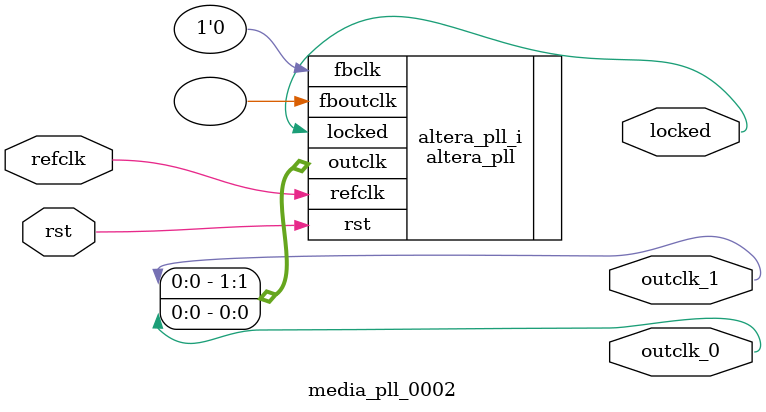
<source format=v>
`timescale 1ns/10ps
module  media_pll_0002(

	// interface 'refclk'
	input wire refclk,

	// interface 'reset'
	input wire rst,

	// interface 'outclk0'
	output wire outclk_0,

	// interface 'outclk1'
	output wire outclk_1,

	// interface 'locked'
	output wire locked
);

	altera_pll #(
		.fractional_vco_multiplier("false"),
		.reference_clock_frequency("50.0 MHz"),
		.operation_mode("normal"),
		.number_of_clocks(2),
		.output_clock_frequency0("25.175644 MHz"),
		.phase_shift0("0 ps"),
		.duty_cycle0(50),
		.output_clock_frequency1("3.071428 MHz"),
		.phase_shift1("0 ps"),
		.duty_cycle1(50),
		.output_clock_frequency2("0 MHz"),
		.phase_shift2("0 ps"),
		.duty_cycle2(50),
		.output_clock_frequency3("0 MHz"),
		.phase_shift3("0 ps"),
		.duty_cycle3(50),
		.output_clock_frequency4("0 MHz"),
		.phase_shift4("0 ps"),
		.duty_cycle4(50),
		.output_clock_frequency5("0 MHz"),
		.phase_shift5("0 ps"),
		.duty_cycle5(50),
		.output_clock_frequency6("0 MHz"),
		.phase_shift6("0 ps"),
		.duty_cycle6(50),
		.output_clock_frequency7("0 MHz"),
		.phase_shift7("0 ps"),
		.duty_cycle7(50),
		.output_clock_frequency8("0 MHz"),
		.phase_shift8("0 ps"),
		.duty_cycle8(50),
		.output_clock_frequency9("0 MHz"),
		.phase_shift9("0 ps"),
		.duty_cycle9(50),
		.output_clock_frequency10("0 MHz"),
		.phase_shift10("0 ps"),
		.duty_cycle10(50),
		.output_clock_frequency11("0 MHz"),
		.phase_shift11("0 ps"),
		.duty_cycle11(50),
		.output_clock_frequency12("0 MHz"),
		.phase_shift12("0 ps"),
		.duty_cycle12(50),
		.output_clock_frequency13("0 MHz"),
		.phase_shift13("0 ps"),
		.duty_cycle13(50),
		.output_clock_frequency14("0 MHz"),
		.phase_shift14("0 ps"),
		.duty_cycle14(50),
		.output_clock_frequency15("0 MHz"),
		.phase_shift15("0 ps"),
		.duty_cycle15(50),
		.output_clock_frequency16("0 MHz"),
		.phase_shift16("0 ps"),
		.duty_cycle16(50),
		.output_clock_frequency17("0 MHz"),
		.phase_shift17("0 ps"),
		.duty_cycle17(50),
		.pll_type("General"),
		.pll_subtype("General")
	) altera_pll_i (
		.rst	(rst),
		.outclk	({outclk_1, outclk_0}),
		.locked	(locked),
		.fboutclk	( ),
		.fbclk	(1'b0),
		.refclk	(refclk)
	);
endmodule


</source>
